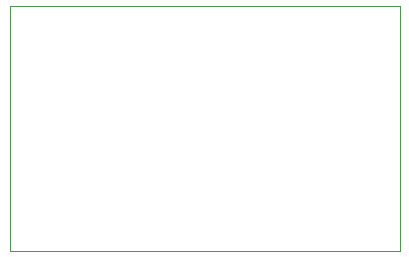
<source format=gm1>
G04*
G04 #@! TF.GenerationSoftware,Altium Limited,Altium Designer,20.2.3 (150)*
G04*
G04 Layer_Color=16711935*
%FSLAX24Y24*%
%MOIN*%
G70*
G04*
G04 #@! TF.SameCoordinates,C58E96D0-57B0-4EE0-BF03-278DEEB4FD21*
G04*
G04*
G04 #@! TF.FilePolarity,Positive*
G04*
G01*
G75*
%ADD56C,0.0004*%
D56*
X0Y50D02*
Y8200D01*
X13000D01*
Y50D02*
Y8200D01*
X0Y50D02*
X13000D01*
M02*

</source>
